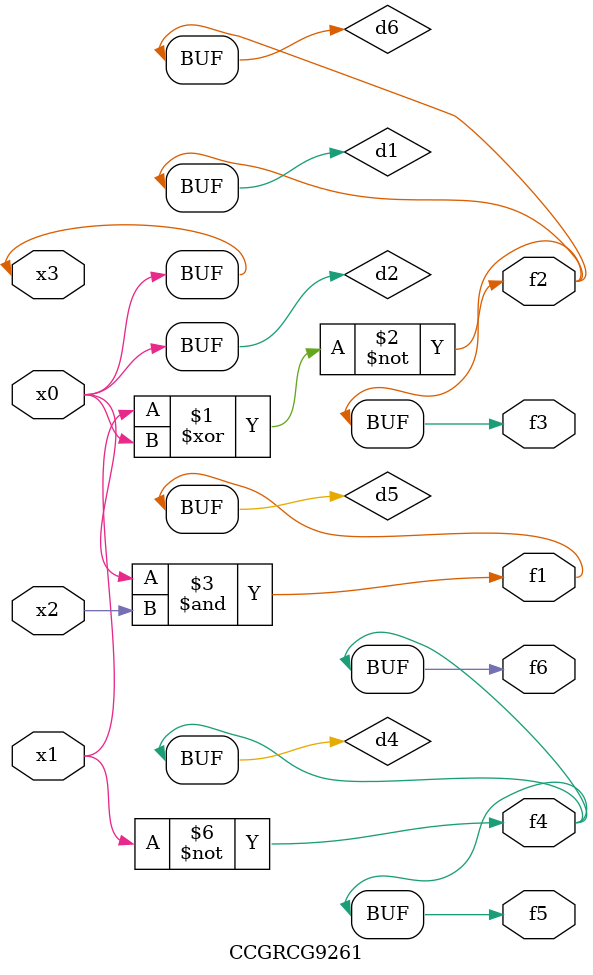
<source format=v>
module CCGRCG9261(
	input x0, x1, x2, x3,
	output f1, f2, f3, f4, f5, f6
);

	wire d1, d2, d3, d4, d5, d6;

	xnor (d1, x1, x3);
	buf (d2, x0, x3);
	nand (d3, x0, x2);
	not (d4, x1);
	nand (d5, d3);
	or (d6, d1);
	assign f1 = d5;
	assign f2 = d6;
	assign f3 = d6;
	assign f4 = d4;
	assign f5 = d4;
	assign f6 = d4;
endmodule

</source>
